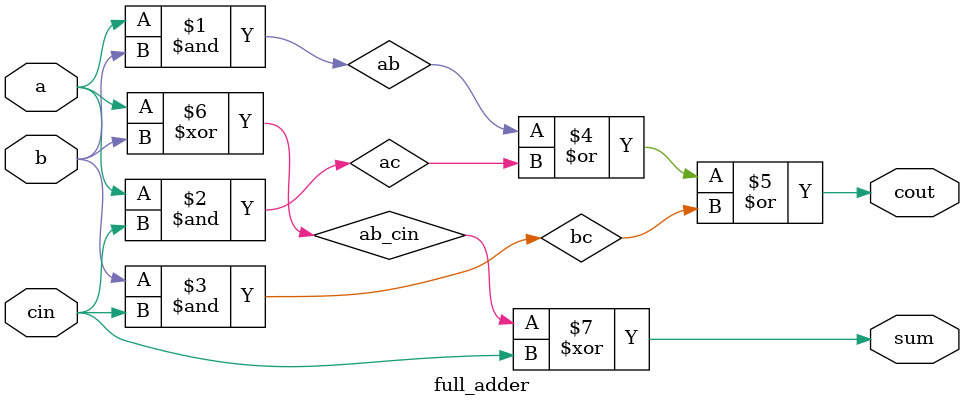
<source format=v>

module adder_8bit(
    input [7:0] a,
    input [7:0] b,
    input cin,
    output [7:0] sum,
    output SUM,
    output cout
);

wire [6:0] carry; // Intermediate carry signals

// Instantiate the chain of 1-bit full adders
full_adder fa0(.a(a[0]), .b(b[0]), .cin(cin),      .sum(sum[0]), .cout(carry[0]));
full_adder fa1(.a(a[1]), .b(b[1]), .cin(carry[0]), .sum(sum[1]), .cout(carry[1]));
full_adder fa2(.a(a[2]), .b(b[2]), .cin(carry[1]), .sum(sum[2]), .cout(carry[2]));
full_adder fa3(.a(a[3]), .b(b[3]), .cin(carry[2]), .sum(sum[3]), .cout(carry[3]));
full_adder fa4(.a(a[4]), .b(b[4]), .cin(carry[3]), .sum(sum[4]), .cout(carry[4]));
full_adder fa5(.a(a[5]), .b(b[5]), .cin(carry[4]), .sum(sum[5]), .cout(carry[5]));
full_adder fa6(.a(a[6]), .b(b[6]), .cin(carry[5]), .sum(sum[6]), .cout(carry[6]));
full_adder fa7(.a(a[7]), .b(b[7]), .cin(carry[6]), .sum(sum[7]), .cout(cout));

assign SUM = sum;

endmodule

module full_adder(
    input a,
    input b,
    input cin,
    output sum,
    output cout
);

// Full adder logic using gate level modeling
wire ab, bc, ac, ab_cin;
and (ab, a, b);
and (ac, a, cin);
and (bc, b, cin);
or (cout, ab, ac, bc); // Carry out

xor (ab_cin, a, b);
xor (sum, ab_cin, cin); // Sum

endmodule
</source>
